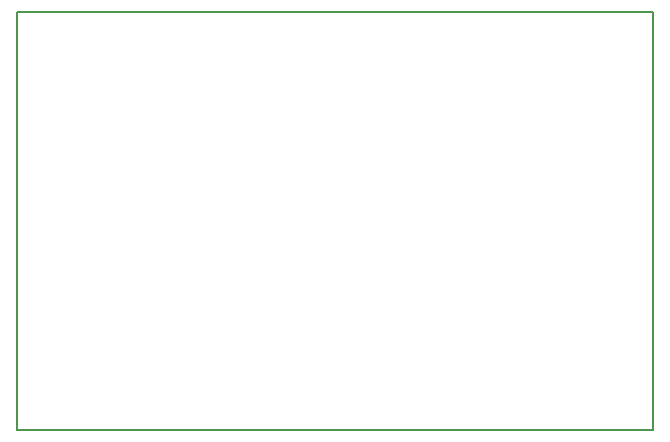
<source format=gko>
G04 Layer_Color=16711935*
%FSLAX25Y25*%
%MOIN*%
G70*
G01*
G75*
%ADD34C,0.00787*%
D34*
X330500Y317500D02*
Y345500D01*
X542500D01*
Y206000D02*
Y345500D01*
X330500Y206000D02*
X542500D01*
X330500D02*
Y317500D01*
M02*

</source>
